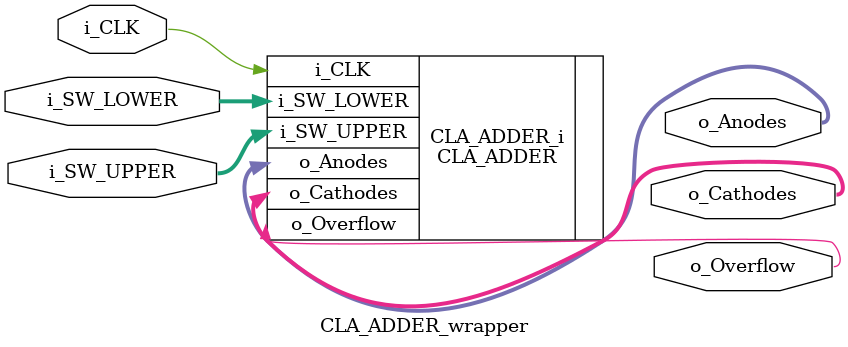
<source format=v>
`timescale 1 ps / 1 ps

module CLA_ADDER_wrapper
   (i_CLK,
    i_SW_LOWER,
    i_SW_UPPER,
    o_Anodes,
    o_Cathodes,
    o_Overflow);
  input i_CLK;
  input [3:0]i_SW_LOWER;
  input [3:0]i_SW_UPPER;
  output [3:0]o_Anodes;
  output [6:0]o_Cathodes;
  output o_Overflow;

  wire i_CLK;
  wire [3:0]i_SW_LOWER;
  wire [3:0]i_SW_UPPER;
  wire [3:0]o_Anodes;
  wire [6:0]o_Cathodes;
  wire o_Overflow;

  CLA_ADDER CLA_ADDER_i
       (.i_CLK(i_CLK),
        .i_SW_LOWER(i_SW_LOWER),
        .i_SW_UPPER(i_SW_UPPER),
        .o_Anodes(o_Anodes),
        .o_Cathodes(o_Cathodes),
        .o_Overflow(o_Overflow));
endmodule

</source>
